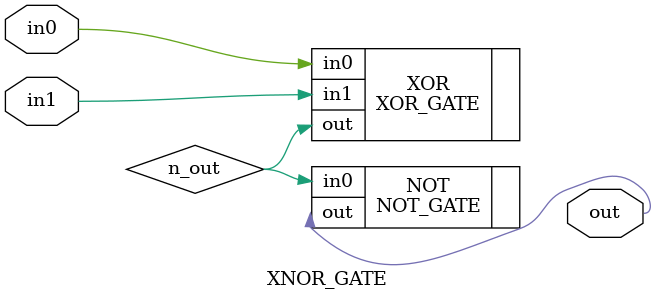
<source format=v>
module XNOR_GATE(
     input wire       in0,
     input wire       in1,
     output wire       out
);
    wire n_out;
    XOR_GATE XOR(
        .in0    (in0    ),
        .in1    (in1    ),
        .out    (n_out    )
    );
    NOT_GATE NOT(
        .in0    (n_out    ),
        .out    (out    )
    );
endmodule

</source>
